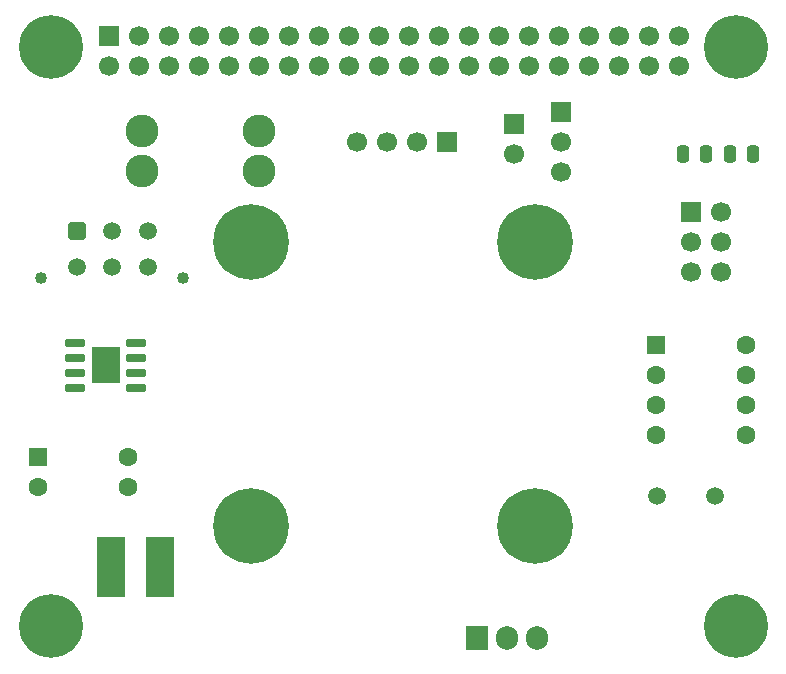
<source format=gts>
%TF.GenerationSoftware,KiCad,Pcbnew,9.0.7*%
%TF.CreationDate,2026-02-04T17:23:19-06:00*%
%TF.ProjectId,power-hat,706f7765-722d-4686-9174-2e6b69636164,rev?*%
%TF.SameCoordinates,Original*%
%TF.FileFunction,Soldermask,Top*%
%TF.FilePolarity,Negative*%
%FSLAX46Y46*%
G04 Gerber Fmt 4.6, Leading zero omitted, Abs format (unit mm)*
G04 Created by KiCad (PCBNEW 9.0.7) date 2026-02-04 17:23:19*
%MOMM*%
%LPD*%
G01*
G04 APERTURE LIST*
G04 Aperture macros list*
%AMRoundRect*
0 Rectangle with rounded corners*
0 $1 Rounding radius*
0 $2 $3 $4 $5 $6 $7 $8 $9 X,Y pos of 4 corners*
0 Add a 4 corners polygon primitive as box body*
4,1,4,$2,$3,$4,$5,$6,$7,$8,$9,$2,$3,0*
0 Add four circle primitives for the rounded corners*
1,1,$1+$1,$2,$3*
1,1,$1+$1,$4,$5*
1,1,$1+$1,$6,$7*
1,1,$1+$1,$8,$9*
0 Add four rect primitives between the rounded corners*
20,1,$1+$1,$2,$3,$4,$5,0*
20,1,$1+$1,$4,$5,$6,$7,0*
20,1,$1+$1,$6,$7,$8,$9,0*
20,1,$1+$1,$8,$9,$2,$3,0*%
G04 Aperture macros list end*
%ADD10R,2.400000X3.100000*%
%ADD11RoundRect,0.150000X-0.737500X-0.150000X0.737500X-0.150000X0.737500X0.150000X-0.737500X0.150000X0*%
%ADD12C,5.400000*%
%ADD13R,1.700000X1.700000*%
%ADD14C,1.700000*%
%ADD15R,2.350000X5.100000*%
%ADD16RoundRect,0.250000X-0.250000X-0.475000X0.250000X-0.475000X0.250000X0.475000X-0.250000X0.475000X0*%
%ADD17C,6.400000*%
%ADD18C,1.500000*%
%ADD19C,2.780000*%
%ADD20R,1.905000X2.000000*%
%ADD21O,1.905000X2.000000*%
%ADD22RoundRect,0.250000X-0.550000X-0.550000X0.550000X-0.550000X0.550000X0.550000X-0.550000X0.550000X0*%
%ADD23C,1.600000*%
%ADD24C,1.020000*%
%ADD25RoundRect,0.250001X-0.499999X-0.499999X0.499999X-0.499999X0.499999X0.499999X-0.499999X0.499999X0*%
G04 APERTURE END LIST*
D10*
%TO.C,U1*%
X103937500Y-84405000D03*
D11*
X101375000Y-82500000D03*
X101375000Y-83770000D03*
X101375000Y-85040000D03*
X101375000Y-86310000D03*
X106500000Y-86310000D03*
X106500000Y-85040000D03*
X106500000Y-83770000D03*
X106500000Y-82500000D03*
%TD*%
D12*
%TO.C,H1*%
X99280000Y-57500000D03*
%TD*%
%TO.C,H2*%
X157280000Y-57500000D03*
%TD*%
D13*
%TO.C,J3*%
X153500000Y-71420000D03*
D14*
X156040000Y-71420000D03*
X153500000Y-73960000D03*
X156040000Y-73960000D03*
X153500000Y-76500000D03*
X156040000Y-76500000D03*
%TD*%
D15*
%TO.C,L1*%
X104425000Y-101500000D03*
X108575000Y-101500000D03*
%TD*%
D12*
%TO.C,H3*%
X99280000Y-106500000D03*
%TD*%
D13*
%TO.C,JP1*%
X138500000Y-64000000D03*
D14*
X138500000Y-66540000D03*
%TD*%
D16*
%TO.C,C11*%
X156830000Y-66500000D03*
X158730000Y-66500000D03*
%TD*%
D12*
%TO.C,H4*%
X157280000Y-106500000D03*
%TD*%
D17*
%TO.C,FH1*%
X116280000Y-74000000D03*
%TD*%
D16*
%TO.C,C10*%
X152830000Y-66500000D03*
X154730000Y-66500000D03*
%TD*%
D18*
%TO.C,Y1*%
X150620000Y-95500000D03*
X155500000Y-95500000D03*
%TD*%
D17*
%TO.C,FH2*%
X140280000Y-74000000D03*
%TD*%
D19*
%TO.C,F1*%
X107040000Y-64600000D03*
X107040000Y-68000000D03*
X116960000Y-64600000D03*
X116960000Y-68000000D03*
%TD*%
D13*
%TO.C,J2*%
X104209500Y-56567700D03*
D14*
X104209500Y-59107700D03*
X106749500Y-56567700D03*
X106749500Y-59107700D03*
X109289500Y-56567700D03*
X109289500Y-59107700D03*
X111829500Y-56567700D03*
X111829500Y-59107700D03*
X114369500Y-56567700D03*
X114369500Y-59107700D03*
X116909500Y-56567700D03*
X116909500Y-59107700D03*
X119449500Y-56567700D03*
X119449500Y-59107700D03*
X121989500Y-56567700D03*
X121989500Y-59107700D03*
X124529500Y-56567700D03*
X124529500Y-59107700D03*
X127069500Y-56567700D03*
X127069500Y-59107700D03*
X129609500Y-56567700D03*
X129609500Y-59107700D03*
X132149500Y-56567700D03*
X132149500Y-59107700D03*
X134689500Y-56567700D03*
X134689500Y-59107700D03*
X137229500Y-56567700D03*
X137229500Y-59107700D03*
X139769500Y-56567700D03*
X139769500Y-59107700D03*
X142309500Y-56567700D03*
X142309500Y-59107700D03*
X144849500Y-56567700D03*
X144849500Y-59107700D03*
X147389500Y-56567700D03*
X147389500Y-59107700D03*
X149929500Y-56567700D03*
X149929500Y-59107700D03*
X152469500Y-56567700D03*
X152469500Y-59107700D03*
%TD*%
D17*
%TO.C,FH3*%
X116280000Y-98000000D03*
%TD*%
%TO.C,FH4*%
X140280000Y-98000000D03*
%TD*%
D13*
%TO.C,JP2*%
X142500000Y-63000000D03*
D14*
X142500000Y-65540000D03*
X142500000Y-68080000D03*
%TD*%
D20*
%TO.C,Q1*%
X135420000Y-107500000D03*
D21*
X137960000Y-107500000D03*
X140500000Y-107500000D03*
%TD*%
D13*
%TO.C,J4*%
X132810000Y-65500000D03*
D14*
X130270000Y-65500000D03*
X127730000Y-65500000D03*
X125190000Y-65500000D03*
%TD*%
D22*
%TO.C,U3*%
X150500000Y-82690000D03*
D23*
X150500000Y-85230000D03*
X150500000Y-87770000D03*
X150500000Y-90310000D03*
X158120000Y-90310000D03*
X158120000Y-87770000D03*
X158120000Y-85230000D03*
X158120000Y-82690000D03*
%TD*%
D24*
%TO.C,J1*%
X98500000Y-77000000D03*
X110500000Y-77000000D03*
D25*
X101500000Y-73060000D03*
D18*
X104500000Y-73060000D03*
X107500000Y-73060000D03*
X101500000Y-76060000D03*
X104500000Y-76060000D03*
X107500000Y-76060000D03*
%TD*%
D22*
%TO.C,U2*%
X98195000Y-92225000D03*
D23*
X98195000Y-94765000D03*
X105815000Y-94765000D03*
X105815000Y-92225000D03*
%TD*%
M02*

</source>
